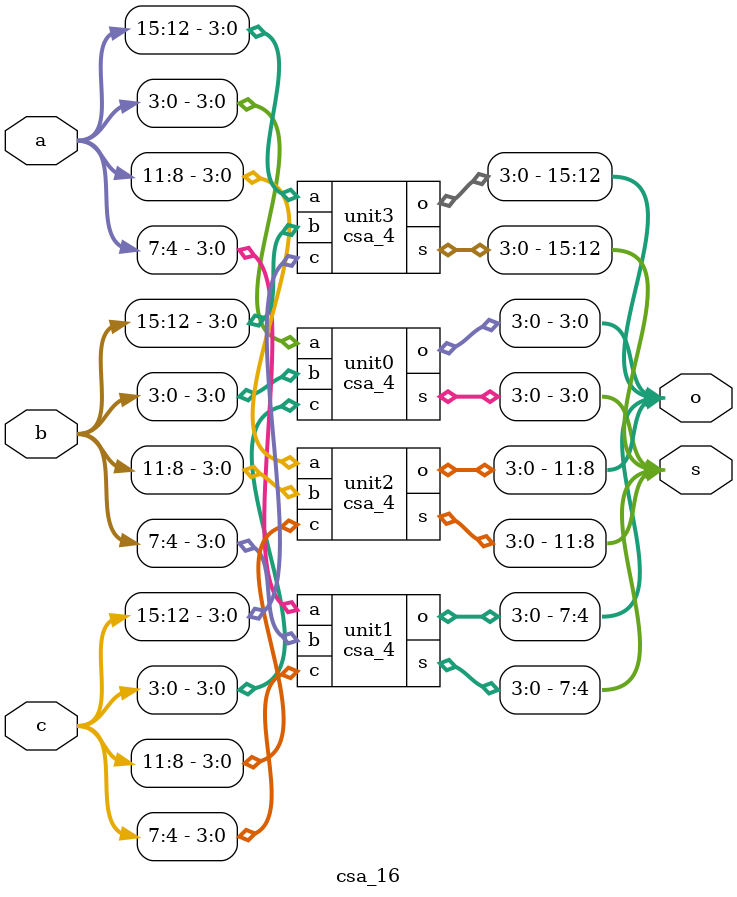
<source format=sv>
module hadder
(
	input logic a, b,
	output logic s, o
);

always_comb
begin
	s = a ^ b;
	o = a & b;
end

endmodule : hadder

module fadder
(
	input logic a, b, c,
	output logic s, o
);
	logic h;

always_comb
begin
	h = a ^ b;
	s = h ^ c;
	o = (a & b) | (h & c);
end

endmodule : fadder



module la_adder
(
	input logic a, b, c,
	output logic s
);

always_comb
begin
	s = a ^ b ^ c;
end

endmodule : la_adder

module la_logic
(
	input logic [3:0] a, b,
	input logic c,
	output logic [3:0] o
);

	logic p0, p1, p2, p3;
	logic g0, g1, g2, g3;
	logic gg;

always_comb
begin

	g0 = a[0] & b[0];
	g1 = a[1] & b[1];
	g2 = a[2] & b[2];
	g3 = a[3] & b[3];
	
	p0 = a[0] | b[0]; 
	p1 = a[1] | b[1];
	p2 = a[2] | b[2];
	p3 = a[3] | b[3];

	gg = g3 | (g2 & p3) | (g1 & p3 & p2) | (g0 & p3 & p2 & p1);

	o[0] = g0 | (p0 & c);
	o[1] = g1 | (p1 & o[0]);
	o[2] = g2 | (p2 & o[1]);
	
	o[3] = (p0 & p1 & p2 & p3 & c) | gg;
	
end

endmodule : la_logic



module la_4
(
	input logic [3:0] a, b,
	input logic c,
	output logic [3:0] s,
	output logic o
);

	logic [3:0] c_wire;
	assign o = c_wire[3];

	la_adder unit0
	(
		.a(a[0]),
		.b(b[0]),
		.c(c),
		.s(s[0])
	);

	la_adder unit1
	(
		.a(a[1]),
		.b(b[1]),
		.c(c_wire[0]),
		.s(s[1])
	);

	la_adder unit2
	(
		.a(a[2]),
		.b(b[2]),
		.c(c_wire[1]),
		.s(s[2])
	);

	la_adder unit3
	(
		.a(a[3]),
		.b(b[3]),
		.c(c_wire[2]),
		.s(s[3])
	);


	la_logic unitA
	(
		.a(a),
		.b(b),
		.c(c),
		.o(c_wire)
	);

endmodule : la_4

module la_8
(
	input logic [7:0] a, b,
	input logic c,
	output logic [7:0] s,
	output logic o
);

	logic c_wire;

	la_4 unit0
	(
		.a(a[3:0]),
		.b(b[3:0]),
		.c(c),
		.s(s[3:0]),
		.o(c_wire)
	);

	la_4 unit1
	(
		.a(a[7:4]),
		.b(b[7:4]),
		.c(c_wire),
		.s(s[7:4]),
		.o(o)
	);
	
endmodule : la_8


module la_16
(
	input logic [15:0] a, b,
	input logic c,
	output logic [15:0] s,
	output logic o
);

	logic c_wire;

	la_8 unit0
	(
		.a(a[7:0]),
		.b(b[7:0]),
		.c(c),
		.s(s[7:0]),
		.o(c_wire)
	);

	la_8 unit1
	(
		.a(a[15:8]),
		.b(b[15:8]),
		.c(c_wire),
		.s(s[15:8]),
		.o(o)
	);
	
endmodule : la_16


module la_20
(
	input logic [19:0] a, b,
	input logic c,
	output logic [19:0] s,
	output logic o
);

	logic c_wire;

	la_16 unit0
	(
		.a(a[15:0]),
		.b(b[15:0]),
		.c(c),
		.s(s[15:0]),
		.o(c_wire)
	);

	la_4 unit1
	(
		.a(a[19:16]),
		.b(b[19:16]),
		.c(c_wire),
		.s(s[19:16]),
		.o(o)
	);
	
endmodule : la_20


module csa_4
(
	input logic [3:0] a, b, c,
	output logic [3:0] s, o

);

	fadder unit0
	(
		.a(a[0]),
		.b(b[0]),
		.c(c[0]),
		.s(s[0]),
		.o(o[0])
	);

	fadder unit1
	(
		.a(a[1]),
		.b(b[1]),
		.c(c[1]),
		.s(s[1]),
		.o(o[1])
	);
	
	fadder unit2
	(
		.a(a[2]),
		.b(b[2]),
		.c(c[2]),
		.s(s[2]),
		.o(o[2])
	);

	fadder unit3
	(
		.a(a[3]),
		.b(b[3]),
		.c(c[3]),
		.s(s[3]),
		.o(o[3])
	);	

endmodule : csa_4

module csa_16
(
	input logic [15:0] a, b, c,
	output logic [15:0] s, o

);

	csa_4 unit0
	(
		.a(a[3:0]),
		.b(b[3:0]),
		.c(c[3:0]),
		.s(s[3:0]),
		.o(o[3:0])
	);

	csa_4 unit1
	(
		.a(a[7:4]),
		.b(b[7:4]),
		.c(c[7:4]),
		.s(s[7:4]),
		.o(o[7:4])
	);
	
	csa_4 unit2
	(
		.a(a[11:8]),
		.b(b[11:8]),
		.c(c[11:8]),
		.s(s[11:8]),
		.o(o[11:8])
	);

	csa_4 unit3
	(
		.a(a[15:12]),
		.b(b[15:12]),
		.c(c[15:12]),
		.s(s[15:12]),
		.o(o[15:12])
	);	

endmodule : csa_16







</source>
